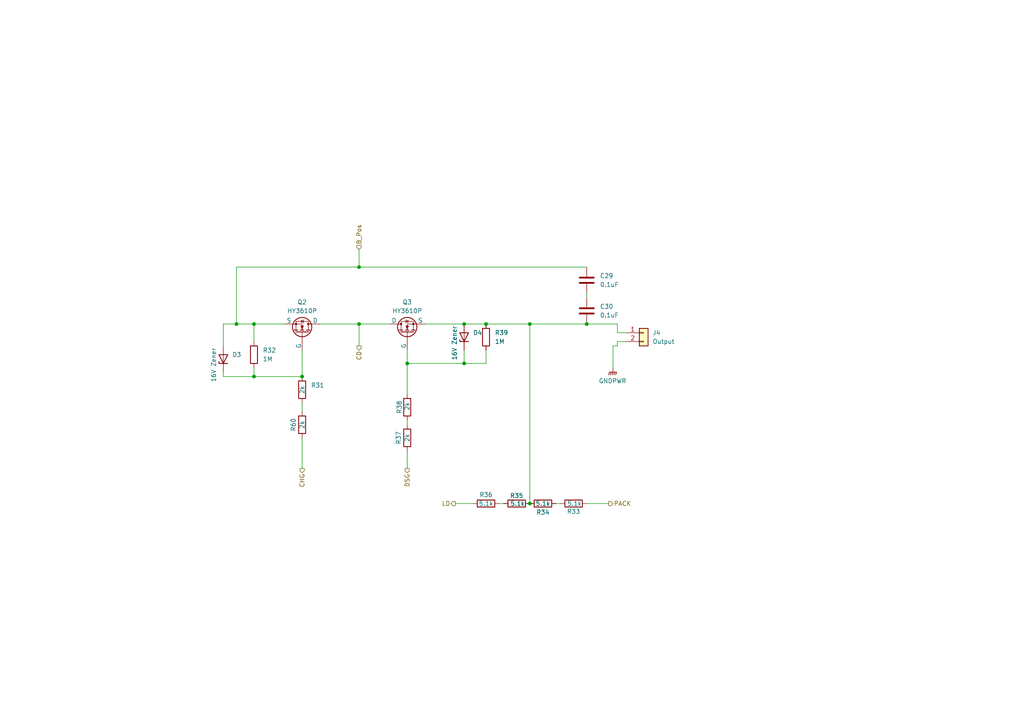
<source format=kicad_sch>
(kicad_sch (version 20250114) (generator "eeschema") (generator_version "9.0")
  (paper "A4")
  (title_block (title "Pehli-Shell-BMS") (date "2026-01-01") (rev "0.1") (company "Pehlivan Team"))
  (lib_symbols
    (symbol "Connector_Generic:Conn_01x02" (pin_names (offset 1.016) (hide yes))
      (property "Reference" "J" (at 0 2.54 0))
      (property "Value" "Conn_01x02" (at 0 -5.08 0))
      (symbol "Conn_01x02_1_1"
        (rectangle (start -1.27 1.27) (end 1.27 -3.81) (stroke (width 0.254)) (fill (type background)))
        (rectangle (start -1.27 0.127) (end 0 -0.127) (stroke (width 0.1524)))
        (rectangle (start -1.27 -2.413) (end 0 -2.667) (stroke (width 0.1524)))
        (pin passive line (at -5.08 0 0) (length 3.81) (name "Pin_1") (number "1"))
        (pin passive line (at -5.08 -2.54 0) (length 3.81) (name "Pin_2") (number "2"))
      )
    )
    (symbol "Device:C" (pin_numbers (hide yes)) (pin_names (offset 0.254))
      (property "Reference" "C" (at 0.635 2.54 0))
      (property "Value" "C" (at 0.635 -2.54 0))
      (symbol "C_0_1"
        (polyline (pts (xy -2.032 0.762) (xy 2.032 0.762)) (stroke (width 0.508)))
        (polyline (pts (xy -2.032 -0.762) (xy 2.032 -0.762)) (stroke (width 0.508)))
      )
      (symbol "C_1_1"
        (pin passive line (at 0 3.81 270) (length 2.794) (name "~") (number "1"))
        (pin passive line (at 0 -3.81 90) (length 2.794) (name "~") (number "2"))
      )
    )
    (symbol "Device:D_Zener" (pin_numbers (hide yes)) (pin_names (offset 1.016) (hide yes))
      (property "Reference" "D" (at 0 2.54 0))
      (property "Value" "D_Zener" (at 0 -2.54 0))
      (symbol "D_Zener_0_1"
        (polyline (pts (xy -1.27 -1.27) (xy -1.27 1.27) (xy -0.762 1.27)) (stroke (width 0.254)))
        (polyline (pts (xy 1.27 0) (xy -1.27 0)))
        (polyline (pts (xy 1.27 -1.27) (xy 1.27 1.27) (xy -1.27 0) (xy 1.27 -1.27)) (stroke (width 0.254)))
      )
      (symbol "D_Zener_1_1"
        (pin passive line (at -3.81 0 0) (length 2.54) (name "K") (number "1"))
        (pin passive line (at 3.81 0 180) (length 2.54) (name "A") (number "2"))
      )
    )
    (symbol "Device:R" (pin_numbers (hide yes)) (pin_names (offset 0))
      (property "Reference" "R" (at 2.032 0 90))
      (property "Value" "R" (at 0 0 90))
      (symbol "R_0_1"
        (rectangle (start -1.016 -2.54) (end 1.016 2.54) (stroke (width 0.254)))
      )
      (symbol "R_1_1"
        (pin passive line (at 0 3.81 270) (length 1.27) (name "~") (number "1"))
        (pin passive line (at 0 -3.81 90) (length 1.27) (name "~") (number "2"))
      )
    )
    (symbol "Simulation_SPICE:NMOS" (pin_numbers (hide yes)) (pin_names (offset 0))
      (property "Reference" "Q" (at 5.08 1.27 0))
      (property "Value" "NMOS" (at 5.08 -1.27 0))
      (symbol "NMOS_0_1"
        (polyline (pts (xy 0.254 1.905) (xy 0.254 -1.905)) (stroke (width 0.254)))
        (polyline (pts (xy 0.254 0) (xy -2.54 0)))
        (polyline (pts (xy 0.762 2.286) (xy 0.762 1.27)) (stroke (width 0.254)))
        (polyline (pts (xy 0.762 0.508) (xy 0.762 -0.508)) (stroke (width 0.254)))
        (polyline (pts (xy 0.762 -1.27) (xy 0.762 -2.286)) (stroke (width 0.254)))
        (polyline (pts (xy 0.762 -1.778) (xy 3.302 -1.778) (xy 3.302 1.778) (xy 0.762 1.778)))
        (polyline (pts (xy 1.016 0) (xy 2.032 0.381) (xy 2.032 -0.381) (xy 1.016 0)) (fill (type outline)))
        (circle (center 1.651 0) (radius 2.794) (stroke (width 0.254)))
        (polyline (pts (xy 2.54 2.54) (xy 2.54 1.778)))
        (circle (center 2.54 1.778) (radius 0.254) (fill (type outline)))
        (circle (center 2.54 -1.778) (radius 0.254) (fill (type outline)))
        (polyline (pts (xy 2.54 -2.54) (xy 2.54 0) (xy 0.762 0)))
        (polyline (pts (xy 2.794 0.508) (xy 2.921 0.381) (xy 3.683 0.381) (xy 3.81 0.254)))
        (polyline (pts (xy 3.302 0.381) (xy 2.921 -0.254) (xy 3.683 -0.254) (xy 3.302 0.381)))
      )
      (symbol "NMOS_1_1"
        (pin input line (at -5.08 0 0) (length 2.54) (name "G") (number "2"))
        (pin passive line (at 2.54 5.08 270) (length 2.54) (name "D") (number "1"))
        (pin passive line (at 2.54 -5.08 90) (length 2.54) (name "S") (number "3"))
      )
    )
    (symbol "power:GNDPWR" (power) (pin_numbers (hide yes)) (pin_names (offset 0) (hide yes))
      (property "Value" "GNDPWR" (at 0 -3.302 0))
      (symbol "GNDPWR_0_1"
        (polyline (pts (xy -1.016 -1.27) (xy -1.27 -2.032) (xy -1.27 -2.032)) (stroke (width 0.2032)))
        (polyline (pts (xy -0.508 -1.27) (xy -0.762 -2.032) (xy -0.762 -2.032)) (stroke (width 0.2032)))
        (polyline (pts (xy 0 -1.27) (xy 0 0)))
        (polyline (pts (xy 0 -1.27) (xy -0.254 -2.032) (xy -0.254 -2.032)) (stroke (width 0.2032)))
        (polyline (pts (xy 0.508 -1.27) (xy 0.254 -2.032) (xy 0.254 -2.032)) (stroke (width 0.2032)))
        (polyline (pts (xy 1.016 -1.27) (xy -1.016 -1.27) (xy -1.016 -1.27)) (stroke (width 0.2032)))
        (polyline (pts (xy 1.016 -1.27) (xy 0.762 -2.032) (xy 0.762 -2.032) (xy 0.762 -2.032)) (stroke (width 0.2032)))
      )
      (symbol "GNDPWR_1_1"
        (pin power_in line (at 0 0 270) (length 0) (name "~") (number "1"))
      )
    )
  )
  (junction (at 73.66 109.22))
  (junction (at 104.14 93.98))
  (junction (at 140.97 93.98))
  (junction (at 153.67 93.98))
  (junction (at 118.11 105.41))
  (junction (at 73.66 93.98))
  (junction (at 134.62 93.98))
  (junction (at 170.18 93.98))
  (junction (at 134.62 105.41))
  (junction (at 153.67 146.05))
  (junction (at 68.58 93.98))
  (junction (at 104.14 77.47))
  (junction (at 87.63 109.22))
  (wire (pts (xy 68.58 93.98) (xy 68.58 77.47)))
  (wire (pts (xy 181.61 99.06) (xy 179.07 99.06)))
  (wire (pts (xy 68.58 93.98) (xy 64.77 93.98)))
  (wire (pts (xy 170.18 93.98) (xy 179.07 93.98)))
  (wire (pts (xy 179.07 99.06) (xy 179.07 100.33)))
  (wire (pts (xy 177.8 100.33) (xy 177.8 106.68)))
  (wire (pts (xy 104.14 77.47) (xy 170.18 77.47)))
  (wire (pts (xy 179.07 100.33) (xy 177.8 100.33)))
  (wire (pts (xy 170.18 85.09) (xy 170.18 86.36)))
  (wire (pts (xy 153.67 93.98) (xy 153.67 146.05)))
  (wire (pts (xy 64.77 109.22) (xy 73.66 109.22)))
  (wire (pts (xy 118.11 101.6) (xy 118.11 105.41)))
  (wire (pts (xy 87.63 109.22) (xy 73.66 109.22)))
  (wire (pts (xy 118.11 105.41) (xy 118.11 114.3)))
  (wire (pts (xy 118.11 105.41) (xy 134.62 105.41)))
  (wire (pts (xy 134.62 105.41) (xy 134.62 101.6)))
  (wire (pts (xy 73.66 93.98) (xy 73.66 99.06)))
  (wire (pts (xy 87.63 116.84) (xy 87.63 119.38)))
  (wire (pts (xy 162.56 146.05) (xy 161.29 146.05)))
  (wire (pts (xy 104.14 93.98) (xy 113.03 93.98)))
  (wire (pts (xy 118.11 135.89) (xy 118.11 130.81)))
  (wire (pts (xy 176.53 146.05) (xy 170.18 146.05)))
  (wire (pts (xy 123.19 93.98) (xy 134.62 93.98)))
  (wire (pts (xy 73.66 93.98) (xy 68.58 93.98)))
  (wire (pts (xy 118.11 121.92) (xy 118.11 123.19)))
  (wire (pts (xy 146.05 146.05) (xy 144.78 146.05)))
  (wire (pts (xy 140.97 93.98) (xy 153.67 93.98)))
  (wire (pts (xy 64.77 107.95) (xy 64.77 109.22)))
  (wire (pts (xy 92.71 93.98) (xy 104.14 93.98)))
  (wire (pts (xy 132.08 146.05) (xy 137.16 146.05)))
  (wire (pts (xy 104.14 72.39) (xy 104.14 77.47)))
  (wire (pts (xy 68.58 77.47) (xy 104.14 77.47)))
  (wire (pts (xy 179.07 96.52) (xy 179.07 93.98)))
  (wire (pts (xy 181.61 96.52) (xy 179.07 96.52)))
  (wire (pts (xy 82.55 93.98) (xy 73.66 93.98)))
  (wire (pts (xy 134.62 93.98) (xy 140.97 93.98)))
  (wire (pts (xy 73.66 106.68) (xy 73.66 109.22)))
  (wire (pts (xy 87.63 127) (xy 87.63 135.89)))
  (wire (pts (xy 134.62 105.41) (xy 140.97 105.41)))
  (wire (pts (xy 104.14 93.98) (xy 104.14 100.33)))
  (wire (pts (xy 153.67 93.98) (xy 170.18 93.98)))
  (wire (pts (xy 87.63 109.22) (xy 87.63 101.6)))
  (wire (pts (xy 140.97 101.6) (xy 140.97 105.41)))
  (wire (pts (xy 64.77 93.98) (xy 64.77 100.33)))
  (hierarchical_label "CD" (shape output) (at 104.14 100.33 270))
  (hierarchical_label "PACK" (shape output) (at 176.53 146.05 0))
  (hierarchical_label "B_Pos" (shape input) (at 104.14 72.39 90))
  (hierarchical_label "CHG" (shape output) (at 87.63 135.89 270))
  (hierarchical_label "LD" (shape output) (at 132.08 146.05 180))
  (hierarchical_label "DSG" (shape output) (at 118.11 135.89 270))
  (symbol (lib_id "Device:R") (at 157.48 146.05 270) (mirror x) (unit 1)
    (property "Reference" "R34" (at 157.48 148.59 90))
    (property "Value" "5.1k" (at 157.48 146.05 90))
    (property "Footprint" "Resistor_SMD:R_0508_1220Metric_Pad1.12x2.15mm_HandSolder" (effects (hide yes)))
    (property "Description" "Resistor" (effects (hide yes)))
  )
  (symbol (lib_id "Connector_Generic:Conn_01x02") (at 186.69 96.52 0) (unit 1)
    (property "Reference" "J4" (at 189.23 96.5199 0) (effects (justify left)))
    (property "Value" "Output" (at 189.23 99.0599 0) (effects (justify left)))
    (property "Footprint" "Connector_AMASS:AMASS_XT60-F_1x02_P7.20mm_Vertical" (effects (hide yes)))
    (property "Description" "Generic connector, single row, 01x02, script generated (kicad-library-utils/schlib/autogen/connector/)" (effects (hide yes)))
  )
  (symbol (lib_id "Device:R") (at 140.97 146.05 270) (unit 1)
    (property "Reference" "R36" (at 140.97 143.51 90))
    (property "Value" "5.1k" (at 140.97 146.05 90))
    (property "Footprint" "Resistor_SMD:R_0508_1220Metric_Pad1.12x2.15mm_HandSolder" (effects (hide yes)))
    (property "Description" "Resistor" (effects (hide yes)))
  )
  (symbol (lib_id "Device:R") (at 118.11 118.11 0) (unit 1)
    (property "Reference" "R38" (at 115.824 118.11 90))
    (property "Value" "2k" (at 118.11 117.856 90))
    (property "Footprint" "Resistor_SMD:R_1206_3216Metric" (effects (hide yes)))
    (property "Description" "Resistor" (effects (hide yes)))
  )
  (symbol (lib_id "Simulation_SPICE:NMOS") (at 87.63 96.52 270) (mirror x) (unit 1)
    (property "Reference" "Q2" (at 87.63 87.63 90))
    (property "Value" "HY3610P" (at 87.63 90.17 90))
    (property "Footprint" "Package_TO_SOT_THT:TO-220-3_Vertical" (effects (hide yes)))
    (property "Datasheet" "https://ngspice.sourceforge.io/docs/ngspice-html-manual/manual.xhtml#cha_MOSFETs" (effects (hide yes)))
    (property "Description" "N-MOSFET transistor, drain/source/gate" (effects (hide yes)))
    (property "Sim.Device" "NMOS" (effects (hide yes)))
    (property "Sim.Type" "VDMOS" (effects (hide yes)))
    (property "Sim.Pins" "1=D 2=G 3=S" (effects (hide yes)))
  )
  (symbol (lib_id "power:GNDPWR") (at 177.8 106.68 0) (unit 1)
    (property "Reference" "#PWR012" (effects (hide yes)))
    (property "Value" "GNDPWR" (at 177.673 110.49 0))
    (property "Description" "Power symbol creates a global label with name \"GNDPWR\" , global ground" (effects (hide yes)))
  )
  (symbol (lib_id "Device:R") (at 73.66 102.87 0) (unit 1)
    (property "Reference" "R32" (at 76.2 101.5999 0) (effects (justify left)))
    (property "Value" "1M" (at 76.2 104.1399 0) (effects (justify left)))
    (property "Footprint" "Resistor_THT:R_Axial_DIN0309_L9.0mm_D3.2mm_P15.24mm_Horizontal" (effects (hide yes)))
    (property "Description" "Resistor" (effects (hide yes)))
  )
  (symbol (lib_id "Device:R") (at 87.63 113.03 0) (unit 1)
    (property "Reference" "R31" (at 90.17 111.7599 0) (effects (justify left)))
    (property "Value" "2k" (at 87.63 114.3 90) (effects (justify left)))
    (property "Footprint" "Resistor_SMD:R_1206_3216Metric" (effects (hide yes)))
    (property "Description" "Resistor" (effects (hide yes)))
  )
  (symbol (lib_id "Device:R") (at 166.37 146.05 270) (mirror x) (unit 1)
    (property "Reference" "R33" (at 166.37 148.336 90))
    (property "Value" "5.1k" (at 166.624 146.05 90))
    (property "Footprint" "Resistor_SMD:R_0508_1220Metric_Pad1.12x2.15mm_HandSolder" (effects (hide yes)))
    (property "Description" "Resistor" (effects (hide yes)))
  )
  (symbol (lib_id "Device:R") (at 87.63 123.19 0) (unit 1)
    (property "Reference" "R60" (at 85.09 123.19 90))
    (property "Value" "2k" (at 87.63 123.19 90))
    (property "Footprint" "Resistor_SMD:R_1206_3216Metric" (effects (hide yes)))
    (property "Description" "Resistor" (effects (hide yes)))
  )
  (symbol (lib_id "Device:R") (at 118.11 127 0) (unit 1)
    (property "Reference" "R37" (at 115.57 127 90))
    (property "Value" "2k" (at 118.11 127 90))
    (property "Footprint" "Resistor_SMD:R_1206_3216Metric" (effects (hide yes)))
    (property "Description" "Resistor" (effects (hide yes)))
  )
  (symbol (lib_id "Device:R") (at 149.86 146.05 270) (unit 1)
    (property "Reference" "R35" (at 149.86 143.764 90))
    (property "Value" "5.1k" (at 150.114 146.05 90))
    (property "Footprint" "Resistor_SMD:R_0508_1220Metric_Pad1.12x2.15mm_HandSolder" (effects (hide yes)))
    (property "Description" "Resistor" (effects (hide yes)))
  )
  (symbol (lib_id "Device:D_Zener") (at 64.77 104.14 90) (unit 1)
    (property "Reference" "D3" (at 67.31 102.8699 90) (effects (justify right)))
    (property "Value" "16V Zener" (at 61.976 100.838 0) (effects (justify right)))
    (property "Footprint" "Diode_THT:D_DO-201_P15.24mm_Horizontal" (effects (hide yes)))
    (property "Description" "Zener diode" (effects (hide yes)))
  )
  (symbol (lib_id "Simulation_SPICE:NMOS") (at 118.11 96.52 90) (unit 1)
    (property "Reference" "Q3" (at 118.11 87.63 90))
    (property "Value" "HY3610P" (at 118.11 90.17 90))
    (property "Footprint" "Package_TO_SOT_THT:TO-220-3_Vertical" (effects (hide yes)))
    (property "Datasheet" "https://ngspice.sourceforge.io/docs/ngspice-html-manual/manual.xhtml#cha_MOSFETs" (effects (hide yes)))
    (property "Description" "N-MOSFET transistor, drain/source/gate" (effects (hide yes)))
    (property "Sim.Device" "NMOS" (effects (hide yes)))
    (property "Sim.Type" "VDMOS" (effects (hide yes)))
    (property "Sim.Pins" "1=D 2=G 3=S" (effects (hide yes)))
  )
  (symbol (lib_id "Device:R") (at 140.97 97.79 0) (unit 1)
    (property "Reference" "R39" (at 143.51 96.5199 0) (effects (justify left)))
    (property "Value" "1M" (at 143.51 99.0599 0) (effects (justify left)))
    (property "Footprint" "Resistor_THT:R_Axial_DIN0309_L9.0mm_D3.2mm_P15.24mm_Horizontal" (effects (hide yes)))
    (property "Description" "Resistor" (effects (hide yes)))
  )
  (symbol (lib_id "Device:C") (at 170.18 81.28 0) (unit 1)
    (property "Reference" "C29" (at 173.99 80.0099 0) (effects (justify left)))
    (property "Value" "0.1uF" (at 173.99 82.5499 0) (effects (justify left)))
    (property "Footprint" "Capacitor_SMD:C_0805_2012Metric_Pad1.18x1.45mm_HandSolder" (effects (hide yes)))
    (property "Description" "Unpolarized capacitor" (effects (hide yes)))
  )
  (symbol (lib_id "Device:C") (at 170.18 90.17 0) (unit 1)
    (property "Reference" "C30" (at 173.99 88.8999 0) (effects (justify left)))
    (property "Value" "0.1uF" (at 173.99 91.4399 0) (effects (justify left)))
    (property "Footprint" "Capacitor_SMD:C_0805_2012Metric_Pad1.18x1.45mm_HandSolder" (effects (hide yes)))
    (property "Description" "Unpolarized capacitor" (effects (hide yes)))
  )
  (symbol (lib_id "Device:D_Zener") (at 134.62 97.79 90) (unit 1)
    (property "Reference" "D4" (at 137.16 96.5199 90) (effects (justify right)))
    (property "Value" "16V Zener" (at 131.826 94.488 0) (effects (justify right)))
    (property "Footprint" "Diode_THT:D_DO-201_P15.24mm_Horizontal" (effects (hide yes)))
    (property "Description" "Zener diode" (effects (hide yes)))
  )
)
</source>
